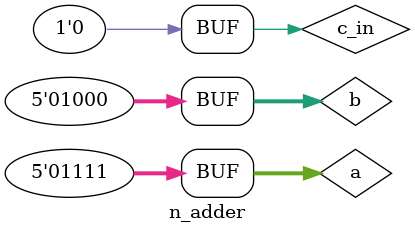
<source format=v>
`timescale 1ns / 1ps


module n_adder;

	// Inputs
	reg [4:0] a;
	reg [4:0] b;
	reg c_in;

	// Outputs
	wire [4:0] sum;
	wire c_out;

	// Instantiate the Unit Under Test (UUT)
	full_adder uut (
		.sum(sum), 
		.c_out(c_out), 
		.a(a), 
		.b(b), 
		.c_in(c_in)
	);

	initial begin
		// Initialize Inputs
		a = 0;
		b = 0;
		c_in = 0;

		// Wait 100 ns for global reset to finish
		#100;
        
		// Add stimulus here

		#10 a=4'b1111;b=4'b1000;
	end
      
endmodule


</source>
